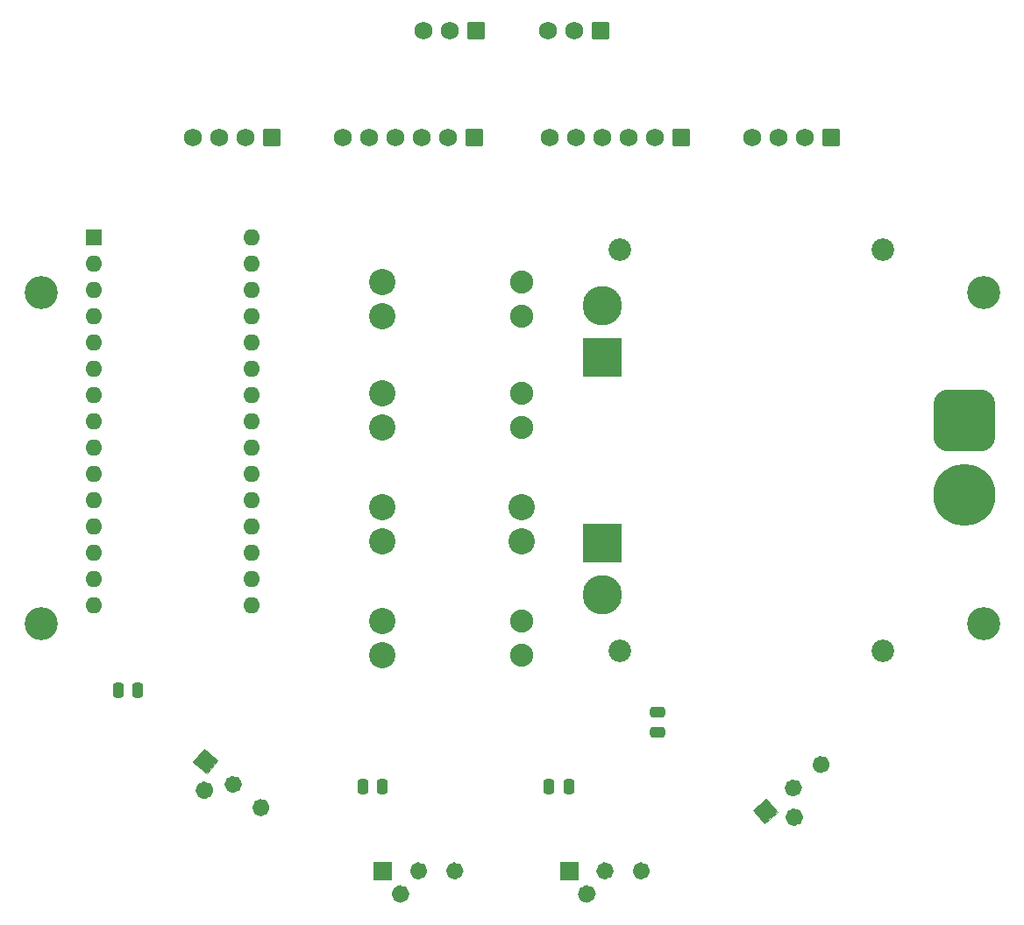
<source format=gbs>
G04 #@! TF.GenerationSoftware,KiCad,Pcbnew,(6.0.10)*
G04 #@! TF.CreationDate,2023-02-04T10:39:24-08:00*
G04 #@! TF.ProjectId,unified_elec_steering,756e6966-6965-4645-9f65-6c65635f7374,rev?*
G04 #@! TF.SameCoordinates,Original*
G04 #@! TF.FileFunction,Soldermask,Bot*
G04 #@! TF.FilePolarity,Negative*
%FSLAX46Y46*%
G04 Gerber Fmt 4.6, Leading zero omitted, Abs format (unit mm)*
G04 Created by KiCad (PCBNEW (6.0.10)) date 2023-02-04 10:39:24*
%MOMM*%
%LPD*%
G01*
G04 APERTURE LIST*
G04 Aperture macros list*
%AMRoundRect*
0 Rectangle with rounded corners*
0 $1 Rounding radius*
0 $2 $3 $4 $5 $6 $7 $8 $9 X,Y pos of 4 corners*
0 Add a 4 corners polygon primitive as box body*
4,1,4,$2,$3,$4,$5,$6,$7,$8,$9,$2,$3,0*
0 Add four circle primitives for the rounded corners*
1,1,$1+$1,$2,$3*
1,1,$1+$1,$4,$5*
1,1,$1+$1,$6,$7*
1,1,$1+$1,$8,$9*
0 Add four rect primitives between the rounded corners*
20,1,$1+$1,$2,$3,$4,$5,0*
20,1,$1+$1,$4,$5,$6,$7,0*
20,1,$1+$1,$6,$7,$8,$9,0*
20,1,$1+$1,$8,$9,$2,$3,0*%
G04 Aperture macros list end*
%ADD10C,0.876200*%
%ADD11C,0.836200*%
%ADD12C,0.010000*%
%ADD13C,3.200000*%
%ADD14RoundRect,0.250000X0.620000X0.620000X-0.620000X0.620000X-0.620000X-0.620000X0.620000X-0.620000X0*%
%ADD15C,1.740000*%
%ADD16C,2.540000*%
%ADD17C,2.235200*%
%ADD18C,1.600000*%
%ADD19C,2.180000*%
%ADD20C,3.810000*%
%ADD21R,3.810000X3.810000*%
%ADD22R,1.600000X1.600000*%
%ADD23O,1.600000X1.600000*%
%ADD24RoundRect,1.500000X-1.500000X1.500000X-1.500000X-1.500000X1.500000X-1.500000X1.500000X1.500000X0*%
%ADD25C,6.000000*%
%ADD26RoundRect,0.250000X0.250000X0.475000X-0.250000X0.475000X-0.250000X-0.475000X0.250000X-0.475000X0*%
%ADD27RoundRect,0.250000X-0.475000X0.250000X-0.475000X-0.250000X0.475000X-0.250000X0.475000X0.250000X0*%
G04 APERTURE END LIST*
D10*
X-10346893Y-42131813D02*
G75*
G03*
X-10346893Y-42131813I-438100J0D01*
G01*
D11*
X-8616893Y-39901813D02*
G75*
G03*
X-8616893Y-39901813I-418100J0D01*
G01*
X-5116893Y-39901813D02*
G75*
G03*
X-5116893Y-39901813I-418100J0D01*
G01*
G36*
X-11698793Y-40738013D02*
G01*
X-13371193Y-40738013D01*
X-13371193Y-39065613D01*
X-11698793Y-39065613D01*
X-11698793Y-40738013D01*
G37*
D12*
X-11698793Y-40738013D02*
X-13371193Y-40738013D01*
X-13371193Y-39065613D01*
X-11698793Y-39065613D01*
X-11698793Y-40738013D01*
D11*
X12883107Y-39901813D02*
G75*
G03*
X12883107Y-39901813I-418100J0D01*
G01*
X9383107Y-39901813D02*
G75*
G03*
X9383107Y-39901813I-418100J0D01*
G01*
D10*
X7653107Y-42131813D02*
G75*
G03*
X7653107Y-42131813I-438100J0D01*
G01*
G36*
X6301207Y-40738013D02*
G01*
X4628807Y-40738013D01*
X4628807Y-39065613D01*
X6301207Y-39065613D01*
X6301207Y-40738013D01*
G37*
D12*
X6301207Y-40738013D02*
X4628807Y-40738013D01*
X4628807Y-39065613D01*
X6301207Y-39065613D01*
X6301207Y-40738013D01*
D10*
X-29270797Y-32120688D02*
G75*
G03*
X-29270797Y-32120688I-438100J0D01*
G01*
D11*
X-26516802Y-31537288D02*
G75*
G03*
X-26516802Y-31537288I-418100J0D01*
G01*
X-23835647Y-33787044D02*
G75*
G03*
X-23835647Y-33787044I-418100J0D01*
G01*
G36*
X-28437993Y-29184464D02*
G01*
X-29512991Y-30465596D01*
X-30794123Y-29390598D01*
X-29719125Y-28109466D01*
X-28437993Y-29184464D01*
G37*
D12*
X-28437993Y-29184464D02*
X-29512991Y-30465596D01*
X-30794123Y-29390598D01*
X-29719125Y-28109466D01*
X-28437993Y-29184464D01*
D10*
X27686926Y-34710106D02*
G75*
G03*
X27686926Y-34710106I-438100J0D01*
G01*
D11*
X27574088Y-31876948D02*
G75*
G03*
X27574088Y-31876948I-418100J0D01*
G01*
X30255243Y-29627192D02*
G75*
G03*
X30255243Y-29627192I-418100J0D01*
G01*
G36*
X25652897Y-34229772D02*
G01*
X24371765Y-35304770D01*
X23296767Y-34023638D01*
X24577899Y-32948640D01*
X25652897Y-34229772D01*
G37*
D12*
X25652897Y-34229772D02*
X24371765Y-35304770D01*
X23296767Y-34023638D01*
X24577899Y-32948640D01*
X25652897Y-34229772D01*
D13*
X-45500000Y-16000000D03*
X-45500000Y16000000D03*
X45500000Y-16000000D03*
X45500000Y16000000D03*
D14*
X30810000Y31000000D03*
D15*
X28270000Y31000000D03*
X25730000Y31000000D03*
X23190000Y31000000D03*
D16*
X-12573000Y-15754000D03*
X-12573000Y-19056000D03*
D17*
X889000Y-15754000D03*
X889000Y-19056000D03*
D18*
X-10784993Y-42131813D03*
D14*
X16350000Y31000000D03*
D15*
X13810000Y31000000D03*
X11270000Y31000000D03*
X8730000Y31000000D03*
X6190000Y31000000D03*
X3650000Y31000000D03*
D16*
X-12573000Y-8056000D03*
X-12573000Y-4754000D03*
X889000Y-4754000D03*
X889000Y-8056000D03*
D18*
X7215007Y-42131813D03*
D14*
X-23190000Y31000000D03*
D15*
X-25730000Y31000000D03*
X-28270000Y31000000D03*
X-30810000Y31000000D03*
D18*
X-29708897Y-32120688D03*
D16*
X-12573000Y2944000D03*
X-12573000Y6246000D03*
D17*
X889000Y6246000D03*
X889000Y2944000D03*
D14*
X8540000Y41275000D03*
D15*
X6000000Y41275000D03*
X3460000Y41275000D03*
D16*
X-12573000Y16969000D03*
X-12573000Y13667000D03*
D17*
X889000Y13667000D03*
X889000Y16969000D03*
D18*
X27248826Y-34710106D03*
D19*
X10398000Y-18638000D03*
X35798000Y-18638000D03*
X35798000Y20162000D03*
X10398000Y20162000D03*
D20*
X8738000Y14742000D03*
D21*
X8738000Y9742000D03*
X8738000Y-8198000D03*
D20*
X8738000Y-13198000D03*
D22*
X-40376000Y21336000D03*
D23*
X-40376000Y18796000D03*
X-40376000Y16256000D03*
X-40376000Y13716000D03*
X-40376000Y11176000D03*
X-40376000Y8636000D03*
X-40376000Y6096000D03*
X-40376000Y3556000D03*
X-40376000Y1016000D03*
X-40376000Y-1524000D03*
X-40376000Y-4064000D03*
X-40376000Y-6604000D03*
X-40376000Y-9144000D03*
X-40376000Y-11684000D03*
X-40376000Y-14224000D03*
X-25136000Y-14224000D03*
X-25136000Y-11684000D03*
X-25136000Y-9144000D03*
X-25136000Y-6604000D03*
X-25136000Y-4064000D03*
X-25136000Y-1524000D03*
X-25136000Y1016000D03*
X-25136000Y3556000D03*
X-25136000Y6096000D03*
X-25136000Y8636000D03*
X-25136000Y11176000D03*
X-25136000Y13716000D03*
X-25136000Y16256000D03*
X-25136000Y18796000D03*
X-25136000Y21336000D03*
D24*
X43688000Y3600000D03*
D25*
X43688000Y-3600000D03*
D14*
X-3650000Y31000000D03*
D15*
X-6190000Y31000000D03*
X-8730000Y31000000D03*
X-11270000Y31000000D03*
X-13810000Y31000000D03*
X-16350000Y31000000D03*
D14*
X-3460000Y41275000D03*
D15*
X-6000000Y41275000D03*
X-8540000Y41275000D03*
D26*
X5486400Y-31724600D03*
X3586400Y-31724600D03*
X-12512000Y-31724600D03*
X-14412000Y-31724600D03*
X-36134000Y-22453600D03*
X-38034000Y-22453600D03*
D27*
X14071600Y-24602400D03*
X14071600Y-26502400D03*
M02*

</source>
